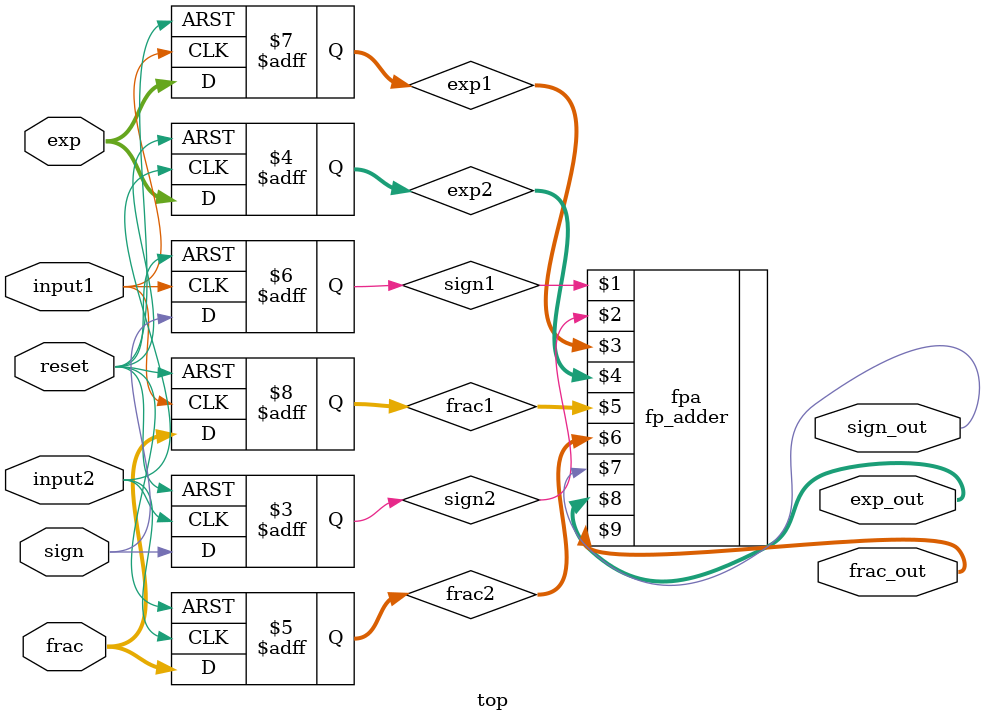
<source format=v>
`timescale 1ns / 1ps


module top(reset, input1, input2, sign, exp, frac, sign_out, exp_out, frac_out);
    input           reset;
    input           input1, input2;
    input           sign;
    input   [3:0]   exp;
    input   [7:0]   frac;
    output          sign_out;
    output  [3:0]   exp_out;
    output  [7:0]   frac_out;
    //input       [3:0] a;
    //input       [3:0] b;
    //output      [3:0] sum;
    
    reg sign1, sign2;
    reg [3:0] exp1, exp2;
    reg [7:0] frac1, frac2;
//  sign_mag_add                (a, b, sum);
    //sign_mag_add    sma         (a, b, sum);
    
    always@(posedge input1, posedge reset)
    begin
        if(reset)
        begin
            sign1 <= 0;
            exp1 <= 0;
            frac1 <= 0;
        end
        
        else
        begin
            sign1 = sign;
            exp1 = exp;
            frac1 = frac;
        end
    end
    
    always@(posedge input2, posedge reset)
    begin
        if(reset)
        begin
            sign2 <= 0;
            exp2 <= 0;
            frac2 <= 0;
        end
        
        else
        begin
            sign2 = sign;
            exp2 = exp;
            frac2 = frac;
        end
    end
    
//  fp_adder                    (sign1, sign2, exp1, exp2, frac1, frac2, sign_out, exp_out, frac_out);
    fp_adder        fpa         (sign1, sign2, exp1, exp2, frac1, frac2, sign_out, exp_out, frac_out);

endmodule

</source>
